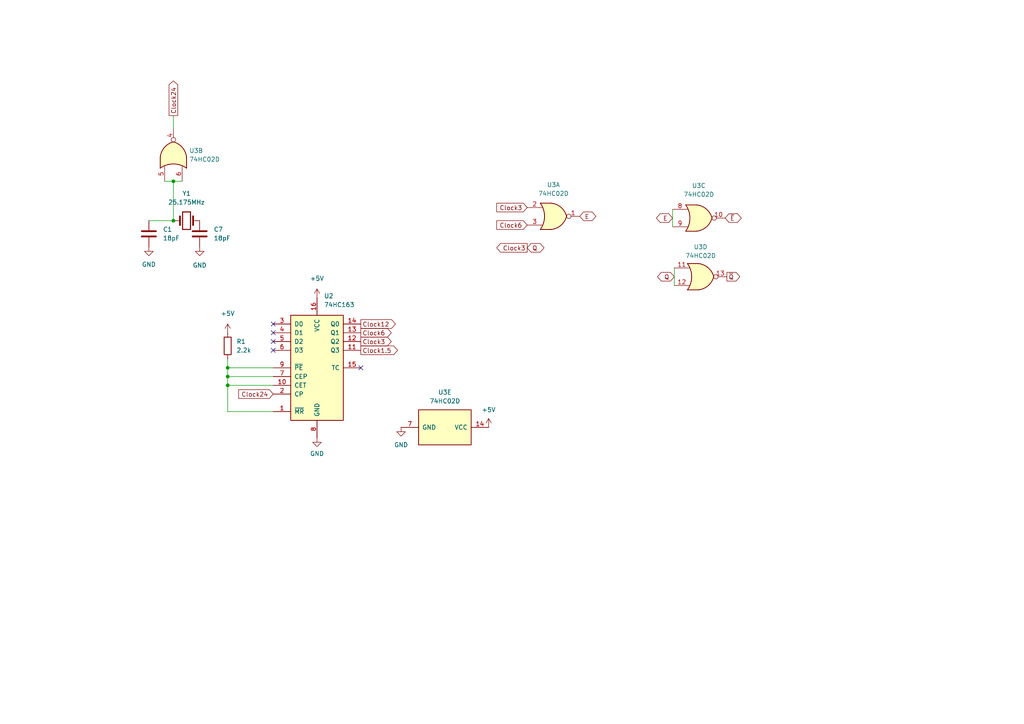
<source format=kicad_sch>
(kicad_sch (version 20211123) (generator eeschema)
  (paper "A4")
  (lib_symbols
    (symbol "74xx:74HC02" (pin_names (offset 1.016))
      (property "Reference" "U" (at 0 1.27 0))
      (property "Value" "74HC02" (at 0 -1.27 0))
      (symbol "74HC02_1_1"
        (arc (start -3.81 -3.81) (mid -2.589 0) (end -3.81 3.81) (stroke (width 0.254)))
        (arc (start -0.6096 -3.81) (mid 2.1855 -2.584) (end 3.81 0) (stroke (width 0.254)) (fill (type background)))
        (polyline (pts (xy -3.81 -3.81) (xy -0.635 -3.81)) (stroke (width 0.254)) (fill (type background)))
        (polyline (pts (xy -3.81 3.81) (xy -0.635 3.81)) (stroke (width 0.254)) (fill (type background)))
        (polyline (pts (xy -0.635 3.81) (xy -3.81 3.81) (xy -3.81 3.81) (xy -3.556 3.4036) (xy -3.0226 2.2606) (xy -2.6924 1.0414) (xy -2.6162 -0.254) (xy -2.7686 -1.4986) (xy -3.175 -2.7178) (xy -3.81 -3.81) (xy -3.81 -3.81) (xy -0.635 -3.81)) (stroke (width -25.4)) (fill (type background)))
        (arc (start 3.81 0) (mid 2.1928 2.5925) (end -0.6096 3.81) (stroke (width 0.254)) (fill (type background)))
        (pin output inverted (at 7.62 0 180) (length 3.81) (name "~") (number "1"))
        (pin input line (at -7.62 2.54 0) (length 4.318) (name "~") (number "2"))
        (pin input line (at -7.62 -2.54 0) (length 4.318) (name "~") (number "3"))
      )
      (symbol "74HC02_1_2"
        (arc (start 0 -3.81) (mid 3.81 0) (end 0 3.81) (stroke (width 0.254)) (fill (type background)))
        (polyline (pts (xy 0 3.81) (xy -3.81 3.81) (xy -3.81 -3.81) (xy 0 -3.81)) (stroke (width 0.254)) (fill (type background)))
        (pin output line (at 7.62 0 180) (length 3.81) (name "~") (number "1"))
        (pin input inverted (at -7.62 2.54 0) (length 3.81) (name "~") (number "2"))
        (pin input inverted (at -7.62 -2.54 0) (length 3.81) (name "~") (number "3"))
      )
      (symbol "74HC02_2_1"
        (arc (start -3.81 -3.81) (mid -2.589 0) (end -3.81 3.81) (stroke (width 0.254)))
        (arc (start -0.6096 -3.81) (mid 2.1855 -2.584) (end 3.81 0) (stroke (width 0.254)) (fill (type background)))
        (polyline (pts (xy -3.81 -3.81) (xy -0.635 -3.81)) (stroke (width 0.254)) (fill (type background)))
        (polyline (pts (xy -3.81 3.81) (xy -0.635 3.81)) (stroke (width 0.254)) (fill (type background)))
        (polyline (pts (xy -0.635 3.81) (xy -3.81 3.81) (xy -3.81 3.81) (xy -3.556 3.4036) (xy -3.0226 2.2606) (xy -2.6924 1.0414) (xy -2.6162 -0.254) (xy -2.7686 -1.4986) (xy -3.175 -2.7178) (xy -3.81 -3.81) (xy -3.81 -3.81) (xy -0.635 -3.81)) (stroke (width -25.4)) (fill (type background)))
        (arc (start 3.81 0) (mid 2.1928 2.5925) (end -0.6096 3.81) (stroke (width 0.254)) (fill (type background)))
        (pin output inverted (at 7.62 0 180) (length 3.81) (name "~") (number "4"))
        (pin input line (at -7.62 2.54 0) (length 4.318) (name "~") (number "5"))
        (pin input line (at -7.62 -2.54 0) (length 4.318) (name "~") (number "6"))
      )
      (symbol "74HC02_2_2"
        (arc (start 0 -3.81) (mid 3.81 0) (end 0 3.81) (stroke (width 0.254)) (fill (type background)))
        (polyline (pts (xy 0 3.81) (xy -3.81 3.81) (xy -3.81 -3.81) (xy 0 -3.81)) (stroke (width 0.254)) (fill (type background)))
        (pin output line (at 7.62 0 180) (length 3.81) (name "~") (number "4"))
        (pin input inverted (at -7.62 2.54 0) (length 3.81) (name "~") (number "5"))
        (pin input inverted (at -7.62 -2.54 0) (length 3.81) (name "~") (number "6"))
      )
      (symbol "74HC02_3_1"
        (arc (start -3.81 -3.81) (mid -2.589 0) (end -3.81 3.81) (stroke (width 0.254)))
        (arc (start -0.6096 -3.81) (mid 2.1855 -2.584) (end 3.81 0) (stroke (width 0.254)) (fill (type background)))
        (polyline (pts (xy -3.81 -3.81) (xy -0.635 -3.81)) (stroke (width 0.254)) (fill (type background)))
        (polyline (pts (xy -3.81 3.81) (xy -0.635 3.81)) (stroke (width 0.254)) (fill (type background)))
        (polyline (pts (xy -0.635 3.81) (xy -3.81 3.81) (xy -3.81 3.81) (xy -3.556 3.4036) (xy -3.0226 2.2606) (xy -2.6924 1.0414) (xy -2.6162 -0.254) (xy -2.7686 -1.4986) (xy -3.175 -2.7178) (xy -3.81 -3.81) (xy -3.81 -3.81) (xy -0.635 -3.81)) (stroke (width -25.4)) (fill (type background)))
        (arc (start 3.81 0) (mid 2.1928 2.5925) (end -0.6096 3.81) (stroke (width 0.254)) (fill (type background)))
        (pin output inverted (at 7.62 0 180) (length 3.81) (name "~") (number "10"))
        (pin input line (at -7.62 2.54 0) (length 4.318) (name "~") (number "8"))
        (pin input line (at -7.62 -2.54 0) (length 4.318) (name "~") (number "9"))
      )
      (symbol "74HC02_3_2"
        (arc (start 0 -3.81) (mid 3.81 0) (end 0 3.81) (stroke (width 0.254)) (fill (type background)))
        (polyline (pts (xy 0 3.81) (xy -3.81 3.81) (xy -3.81 -3.81) (xy 0 -3.81)) (stroke (width 0.254)) (fill (type background)))
        (pin output line (at 7.62 0 180) (length 3.81) (name "~") (number "10"))
        (pin input inverted (at -7.62 2.54 0) (length 3.81) (name "~") (number "8"))
        (pin input inverted (at -7.62 -2.54 0) (length 3.81) (name "~") (number "9"))
      )
      (symbol "74HC02_4_1"
        (arc (start -3.81 -3.81) (mid -2.589 0) (end -3.81 3.81) (stroke (width 0.254)))
        (arc (start -0.6096 -3.81) (mid 2.1855 -2.584) (end 3.81 0) (stroke (width 0.254)) (fill (type background)))
        (polyline (pts (xy -3.81 -3.81) (xy -0.635 -3.81)) (stroke (width 0.254)) (fill (type background)))
        (polyline (pts (xy -3.81 3.81) (xy -0.635 3.81)) (stroke (width 0.254)) (fill (type background)))
        (polyline (pts (xy -0.635 3.81) (xy -3.81 3.81) (xy -3.81 3.81) (xy -3.556 3.4036) (xy -3.0226 2.2606) (xy -2.6924 1.0414) (xy -2.6162 -0.254) (xy -2.7686 -1.4986) (xy -3.175 -2.7178) (xy -3.81 -3.81) (xy -3.81 -3.81) (xy -0.635 -3.81)) (stroke (width -25.4)) (fill (type background)))
        (arc (start 3.81 0) (mid 2.1928 2.5925) (end -0.6096 3.81) (stroke (width 0.254)) (fill (type background)))
        (pin input line (at -7.62 2.54 0) (length 4.318) (name "~") (number "11"))
        (pin input line (at -7.62 -2.54 0) (length 4.318) (name "~") (number "12"))
        (pin output inverted (at 7.62 0 180) (length 3.81) (name "~") (number "13"))
      )
      (symbol "74HC02_4_2"
        (arc (start 0 -3.81) (mid 3.81 0) (end 0 3.81) (stroke (width 0.254)) (fill (type background)))
        (polyline (pts (xy 0 3.81) (xy -3.81 3.81) (xy -3.81 -3.81) (xy 0 -3.81)) (stroke (width 0.254)) (fill (type background)))
        (pin input inverted (at -7.62 2.54 0) (length 3.81) (name "~") (number "11"))
        (pin input inverted (at -7.62 -2.54 0) (length 3.81) (name "~") (number "12"))
        (pin output line (at 7.62 0 180) (length 3.81) (name "~") (number "13"))
      )
      (symbol "74HC02_5_0"
        (pin power_in line (at 0 12.7 270) (length 5.08) (name "VCC") (number "14"))
        (pin power_in line (at 0 -12.7 90) (length 5.08) (name "GND") (number "7"))
      )
      (symbol "74HC02_5_1"
        (rectangle (start -5.08 7.62) (end 5.08 -7.62) (stroke (width 0.254)) (fill (type background)))
      )
    )
    (symbol "74xx:74LS163" (pin_names (offset 1.016))
      (property "Reference" "U" (at -7.62 16.51 0))
      (property "Value" "74LS163" (at -7.62 -16.51 0))
      (symbol "74LS163_1_0"
        (pin input line (at -12.7 -12.7 0) (length 5.08) (name "~{MR}") (number "1"))
        (pin input line (at -12.7 -5.08 0) (length 5.08) (name "CET") (number "10"))
        (pin output line (at 12.7 5.08 180) (length 5.08) (name "Q3") (number "11"))
        (pin output line (at 12.7 7.62 180) (length 5.08) (name "Q2") (number "12"))
        (pin output line (at 12.7 10.16 180) (length 5.08) (name "Q1") (number "13"))
        (pin output line (at 12.7 12.7 180) (length 5.08) (name "Q0") (number "14"))
        (pin output line (at 12.7 0 180) (length 5.08) (name "TC") (number "15"))
        (pin power_in line (at 0 20.32 270) (length 5.08) (name "VCC") (number "16"))
        (pin input line (at -12.7 -7.62 0) (length 5.08) (name "CP") (number "2"))
        (pin input line (at -12.7 12.7 0) (length 5.08) (name "D0") (number "3"))
        (pin input line (at -12.7 10.16 0) (length 5.08) (name "D1") (number "4"))
        (pin input line (at -12.7 7.62 0) (length 5.08) (name "D2") (number "5"))
        (pin input line (at -12.7 5.08 0) (length 5.08) (name "D3") (number "6"))
        (pin input line (at -12.7 -2.54 0) (length 5.08) (name "CEP") (number "7"))
        (pin power_in line (at 0 -20.32 90) (length 5.08) (name "GND") (number "8"))
        (pin input line (at -12.7 0 0) (length 5.08) (name "~{PE}") (number "9"))
      )
      (symbol "74LS163_1_1"
        (rectangle (start -7.62 15.24) (end 7.62 -15.24) (stroke (width 0.254)) (fill (type background)))
      )
    )
    (symbol "Device:C" (pin_numbers hide) (pin_names (offset 0.254))
      (property "Reference" "C" (at 0.635 2.54 0))
      (property "Value" "C" (at 0.635 -2.54 0))
      (symbol "C_0_1"
        (polyline (pts (xy -2.032 -0.762) (xy 2.032 -0.762)) (stroke (width 0.508)))
        (polyline (pts (xy -2.032 0.762) (xy 2.032 0.762)) (stroke (width 0.508)))
      )
      (symbol "C_1_1"
        (pin passive line (at 0 3.81 270) (length 2.794) (name "~") (number "1"))
        (pin passive line (at 0 -3.81 90) (length 2.794) (name "~") (number "2"))
      )
    )
    (symbol "Device:Crystal" (pin_numbers hide) (pin_names (offset 1.016) hide)
      (property "Reference" "Y" (at 0 3.81 0))
      (property "Value" "Crystal" (at 0 -3.81 0))
      (symbol "Crystal_0_1"
        (rectangle (start -1.143 2.54) (end 1.143 -2.54) (stroke (width 0.3048)))
        (polyline (pts (xy -2.54 0) (xy -1.905 0)))
        (polyline (pts (xy -1.905 -1.27) (xy -1.905 1.27)) (stroke (width 0.508)))
        (polyline (pts (xy 1.905 -1.27) (xy 1.905 1.27)) (stroke (width 0.508)))
        (polyline (pts (xy 2.54 0) (xy 1.905 0)))
      )
      (symbol "Crystal_1_1"
        (pin passive line (at -3.81 0 0) (length 1.27) (name "1") (number "1"))
        (pin passive line (at 3.81 0 180) (length 1.27) (name "2") (number "2"))
      )
    )
    (symbol "Device:R" (pin_numbers hide) (pin_names (offset 0))
      (property "Reference" "R" (at 2.032 0 90))
      (property "Value" "R" (at 0 0 90))
      (symbol "R_0_1"
        (rectangle (start -1.016 -2.54) (end 1.016 2.54) (stroke (width 0.254)))
      )
      (symbol "R_1_1"
        (pin passive line (at 0 3.81 270) (length 1.27) (name "~") (number "1"))
        (pin passive line (at 0 -3.81 90) (length 1.27) (name "~") (number "2"))
      )
    )
    (symbol "power:+5V" (power) (pin_names (offset 0))
      (property "Value" "+5V" (at 0 3.556 0))
      (symbol "+5V_0_1"
        (polyline (pts (xy -0.762 1.27) (xy 0 2.54)))
        (polyline (pts (xy 0 0) (xy 0 2.54)))
        (polyline (pts (xy 0 2.54) (xy 0.762 1.27)))
      )
      (symbol "+5V_1_1"
        (pin power_in line (at 0 0 90) (length 0) hide (name "+5V") (number "1"))
      )
    )
    (symbol "power:GND" (power) (pin_names (offset 0))
      (property "Value" "GND" (at 0 -3.81 0))
      (symbol "GND_0_1"
        (polyline (pts (xy 0 0) (xy 0 -1.27) (xy 1.27 -1.27) (xy 0 -2.54) (xy -1.27 -1.27) (xy 0 -1.27)))
      )
      (symbol "GND_1_1"
        (pin power_in line (at 0 0 270) (length 0) hide (name "GND") (number "1"))
      )
    )
  )
  (junction (at 50.292 52.578))
  (junction (at 50.292 64.008))
  (junction (at 66.04 106.68))
  (junction (at 66.04 109.22))
  (junction (at 66.04 111.76))
  (no_connect (at 79.248 93.98))
  (no_connect (at 79.248 99.06))
  (no_connect (at 104.648 106.68))
  (no_connect (at 79.248 96.52))
  (no_connect (at 79.248 101.6))
  (wire (pts (xy 79.248 109.22) (xy 66.04 109.22)))
  (wire (pts (xy 47.752 52.578) (xy 50.292 52.578)))
  (wire (pts (xy 66.04 104.14) (xy 66.04 106.68)))
  (wire (pts (xy 66.04 106.68) (xy 79.248 106.68)))
  (wire (pts (xy 66.04 111.76) (xy 66.04 109.22)))
  (wire (pts (xy 79.248 111.76) (xy 66.04 111.76)))
  (wire (pts (xy 50.292 52.578) (xy 50.292 64.008)))
  (wire (pts (xy 195.072 60.706) (xy 195.072 65.786)))
  (wire (pts (xy 50.292 52.578) (xy 52.832 52.578)))
  (wire (pts (xy 66.04 109.22) (xy 66.04 106.68)))
  (wire (pts (xy 79.248 119.38) (xy 66.04 119.38)))
  (wire (pts (xy 66.04 119.38) (xy 66.04 111.76)))
  (wire (pts (xy 195.58 77.724) (xy 195.58 82.804)))
  (wire (pts (xy 43.18 64.008) (xy 50.292 64.008)))
  (wire (pts (xy 50.292 33.528) (xy 50.292 37.338)))
  (global_label "Clock3" (shape input) (at 152.908 60.198 180) (property "Intersheet References" "${INTERSHEET_REFS}" (effects hide)))
  (global_label "Clock3" (shape output) (at 152.908 71.882 180) (property "Intersheet References" "${INTERSHEET_REFS}" (effects hide)))
  (global_label "~{Q}" (shape output) (at 210.82 80.264 0) (property "Intersheet References" "${INTERSHEET_REFS}" (effects hide)))
  (global_label "Clock1.5" (shape output) (at 104.648 101.6 0) (property "Intersheet References" "${INTERSHEET_REFS}" (effects hide)))
  (global_label "Q" (shape bidirectional) (at 152.908 71.882 0) (property "Intersheet References" "${INTERSHEET_REFS}" (effects hide)))
  (global_label "Clock12" (shape output) (at 104.648 93.98 0) (property "Intersheet References" "${INTERSHEET_REFS}" (effects hide)))
  (global_label "Clock3" (shape output) (at 104.648 99.06 0) (property "Intersheet References" "${INTERSHEET_REFS}" (effects hide)))
  (global_label "Clock6" (shape input) (at 152.908 65.278 180) (property "Intersheet References" "${INTERSHEET_REFS}" (effects hide)))
  (global_label "~{E}" (shape bidirectional) (at 210.312 63.246 0) (property "Intersheet References" "${INTERSHEET_REFS}" (effects hide)))
  (global_label "Clock6" (shape output) (at 104.648 96.52 0) (property "Intersheet References" "${INTERSHEET_REFS}" (effects hide)))
  (global_label "E" (shape bidirectional) (at 168.148 62.738 0) (property "Intersheet References" "${INTERSHEET_REFS}" (effects hide)))
  (global_label "Clock24" (shape output) (at 50.292 33.528 90) (property "Intersheet References" "${INTERSHEET_REFS}" (effects hide)))
  (global_label "Q" (shape bidirectional) (at 195.58 80.264 180) (property "Intersheet References" "${INTERSHEET_REFS}" (effects hide)))
  (global_label "E" (shape bidirectional) (at 195.072 63.246 180) (property "Intersheet References" "${INTERSHEET_REFS}" (effects hide)))
  (global_label "Clock24" (shape input) (at 79.248 114.3 180) (property "Intersheet References" "${INTERSHEET_REFS}" (effects hide)))
  (symbol (lib_id "power:+5V") (at 91.948 86.36 0) (unit 1)
    (property "Reference" "#PWR04" (effects hide))
    (property "Value" "+5V" (at 91.948 80.772 0))
  )
  (symbol (lib_id "74xx:74HC02") (at 129.032 123.952 270) (unit 5)
    (property "Reference" "U3" (at 129.032 113.792 90))
    (property "Value" "74HC02D" (at 129.032 116.332 90))
    (property "Footprint" "Package_SO:SOIC-14_3.9x8.7mm_P1.27mm" (effects hide))
    (property "Datasheet" "http://www.ti.com/lit/gpn/sn74hc02" (effects hide))
    (property "DigiKey" "296-1188-5-ND" (effects hide))
  )
  (symbol (lib_id "Device:C") (at 57.912 67.818 0) (unit 1)
    (property "Reference" "C7" (at 61.976 66.5479 0) (effects (justify left)))
    (property "Value" "18pF" (at 61.976 69.0879 0) (effects (justify left)))
    (property "Footprint" "Capacitor_SMD:C_0805_2012Metric_Pad1.18x1.45mm_HandSolder" (effects hide))
    (property "Datasheet" "https://search.murata.co.jp/Ceramy/image/img/A01X/G101/ENG/GJM1555C1H170FB01-01.pdf" (effects hide))
    (property "DigiKey" "4363-0805N180FW251XCT-ND" (effects hide))
  )
  (symbol (lib_id "Device:C") (at 43.18 67.818 0) (unit 1)
    (property "Reference" "C1" (at 47.244 66.5479 0) (effects (justify left)))
    (property "Value" "18pF" (at 47.244 69.0879 0) (effects (justify left)))
    (property "Footprint" "Capacitor_SMD:C_0805_2012Metric_Pad1.18x1.45mm_HandSolder" (effects hide))
    (property "Datasheet" "https://search.murata.co.jp/Ceramy/image/img/A01X/G101/ENG/GJM1555C1H170FB01-01.pdf" (effects hide))
    (property "DigiKey" "4363-0805N180FW251XCT-ND" (effects hide))
  )
  (symbol (lib_id "74xx:74HC02") (at 160.528 62.738 0) (unit 1)
    (property "Reference" "U3" (at 160.528 53.594 0))
    (property "Value" "74HC02D" (at 160.528 56.134 0))
    (property "Footprint" "Package_SO:SOIC-14_3.9x8.7mm_P1.27mm" (effects hide))
    (property "Datasheet" "http://www.ti.com/lit/gpn/sn74hc02" (effects hide))
    (property "DigiKey" "296-1188-5-ND" (effects hide))
  )
  (symbol (lib_id "74xx:74HC02") (at 50.292 44.958 90) (unit 2)
    (property "Reference" "U3" (at 54.864 43.6879 90) (effects (justify right)))
    (property "Value" "74HC02D" (at 54.864 46.2279 90) (effects (justify right)))
    (property "Footprint" "Package_SO:SOIC-14_3.9x8.7mm_P1.27mm" (effects hide))
    (property "Datasheet" "http://www.ti.com/lit/gpn/sn74hc02" (effects hide))
    (property "DigiKey" "296-1188-5-ND" (effects hide))
  )
  (symbol (lib_id "power:GND") (at 43.18 71.628 0) (unit 1)
    (property "Reference" "#PWR06" (effects hide))
    (property "Value" "GND" (at 43.18 76.708 0))
  )
  (symbol (lib_id "74xx:74HC02") (at 202.692 63.246 0) (unit 3)
    (property "Reference" "U3" (at 202.692 53.848 0))
    (property "Value" "74HC02D" (at 202.692 56.388 0))
    (property "Footprint" "Package_SO:SOIC-14_3.9x8.7mm_P1.27mm" (effects hide))
    (property "Datasheet" "http://www.ti.com/lit/gpn/sn74hc02" (effects hide))
    (property "DigiKey" "296-1188-5-ND" (effects hide))
  )
  (symbol (lib_id "power:+5V") (at 66.04 96.52 0) (unit 1)
    (property "Reference" "#PWR03" (effects hide))
    (property "Value" "+5V" (at 66.04 90.932 0))
  )
  (symbol (lib_id "Device:R") (at 66.04 100.33 0) (unit 1)
    (property "Reference" "R1" (at 68.58 99.0599 0) (effects (justify left)))
    (property "Value" "2.2k" (at 68.58 101.5999 0) (effects (justify left)))
    (property "Footprint" "Resistor_SMD:R_0805_2012Metric" (effects hide))
    (property "Datasheet" "https://www.koaspeer.com/pdfs/RK73H.pdf" (effects hide))
    (property "DigiKey" "2019-RK73H2ATTD2201FCT-ND" (effects hide))
  )
  (symbol (lib_id "power:GND") (at 116.332 123.952 0) (unit 1)
    (property "Reference" "#PWR07" (effects hide))
    (property "Value" "GND" (at 116.332 129.032 0))
  )
  (symbol (lib_id "power:+5V") (at 141.732 123.952 0) (unit 1)
    (property "Reference" "#PWR09" (effects hide))
    (property "Value" "+5V" (at 141.732 118.872 0))
  )
  (symbol (lib_id "74xx:74LS163") (at 91.948 106.68 0) (unit 1)
    (property "Reference" "U2" (at 93.9674 85.852 0) (effects (justify left)))
    (property "Value" "74HC163" (at 93.9674 88.392 0) (effects (justify left)))
    (property "Footprint" "Package_SO:SOIC-16_3.9x9.9mm_P1.27mm" (effects hide))
    (property "Datasheet" "https://www.ti.com/lit/ds/symlink/sn74hc163.pdf?HQS=dis-dk-null-digikeymode-dsf-pf-null-wwe&ts=1665230079942&ref_url=https%253A%252F%252Fwww.ti.com%252Fgeneral%252Fdocs%252Fsuppproductinfo.tsp%253FdistId%253D10%2526gotoUrl%253Dhttps%253A%252F%252Fwww.ti.com%252Flit%252Fgpn%252Fsn74hc163" (effects hide))
    (property "DigiKey" "296-SN74HC163DTCT-ND" (effects hide))
  )
  (symbol (lib_id "power:GND") (at 57.912 71.628 0) (unit 1)
    (property "Reference" "#PWR08" (effects hide))
    (property "Value" "GND" (at 57.912 76.962 0))
  )
  (symbol (lib_id "74xx:74HC02") (at 203.2 80.264 0) (unit 4)
    (property "Reference" "U3" (at 203.2 71.628 0))
    (property "Value" "74HC02D" (at 203.2 74.168 0))
    (property "Footprint" "Package_SO:SOIC-14_3.9x8.7mm_P1.27mm" (effects hide))
    (property "Datasheet" "http://www.ti.com/lit/gpn/sn74hc02" (effects hide))
    (property "DigiKey" "296-1188-5-ND" (effects hide))
  )
  (symbol (lib_id "Device:Crystal") (at 54.102 64.008 0) (unit 1)
    (property "Reference" "Y1" (at 54.102 56.134 0))
    (property "Value" "25.175MHz" (at 54.102 58.674 0))
    (property "Footprint" "Crystal:Crystal_SMD_HC49-SD" (effects hide))
    (property "Datasheet" "http://cfd.citizen.co.jp/cms/cfd/pdf/english/HCM49_E.pdf" (effects hide))
    (property "DigiKey" "300-6149-1-ND" (effects hide))
  )
  (symbol (lib_id "power:GND") (at 91.948 127 0) (unit 1)
    (property "Reference" "#PWR05" (effects hide))
    (property "Value" "GND" (at 91.948 131.572 0))
  )
)
</source>
